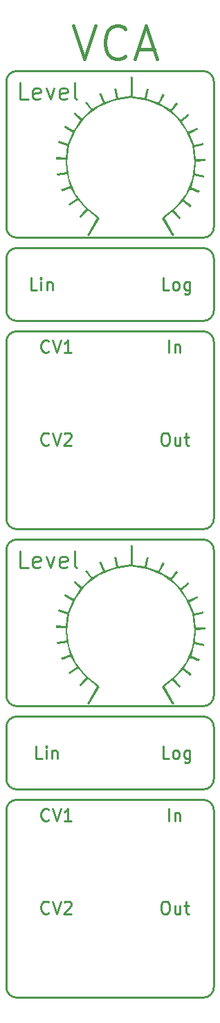
<source format=gbr>
G04 #@! TF.GenerationSoftware,KiCad,Pcbnew,(5.1.4-0-10_14)*
G04 #@! TF.CreationDate,2019-10-08T20:54:48-07:00*
G04 #@! TF.ProjectId,VCA_Front_Panel,5643415f-4672-46f6-9e74-5f50616e656c,rev?*
G04 #@! TF.SameCoordinates,Original*
G04 #@! TF.FileFunction,Legend,Top*
G04 #@! TF.FilePolarity,Positive*
%FSLAX46Y46*%
G04 Gerber Fmt 4.6, Leading zero omitted, Abs format (unit mm)*
G04 Created by KiCad (PCBNEW (5.1.4-0-10_14)) date 2019-10-08 20:54:48*
%MOMM*%
%LPD*%
G04 APERTURE LIST*
%ADD10C,0.254000*%
%ADD11C,0.406400*%
%ADD12C,0.100000*%
G04 APERTURE END LIST*
D10*
X85960857Y-73714428D02*
X85235142Y-73714428D01*
X85235142Y-72190428D01*
X86686571Y-73714428D02*
X86541428Y-73641857D01*
X86468857Y-73569285D01*
X86396285Y-73424142D01*
X86396285Y-72988714D01*
X86468857Y-72843571D01*
X86541428Y-72771000D01*
X86686571Y-72698428D01*
X86904285Y-72698428D01*
X87049428Y-72771000D01*
X87122000Y-72843571D01*
X87194571Y-72988714D01*
X87194571Y-73424142D01*
X87122000Y-73569285D01*
X87049428Y-73641857D01*
X86904285Y-73714428D01*
X86686571Y-73714428D01*
X88500857Y-72698428D02*
X88500857Y-73932142D01*
X88428285Y-74077285D01*
X88355714Y-74149857D01*
X88210571Y-74222428D01*
X87992857Y-74222428D01*
X87847714Y-74149857D01*
X88500857Y-73641857D02*
X88355714Y-73714428D01*
X88065428Y-73714428D01*
X87920285Y-73641857D01*
X87847714Y-73569285D01*
X87775142Y-73424142D01*
X87775142Y-72988714D01*
X87847714Y-72843571D01*
X87920285Y-72771000D01*
X88065428Y-72698428D01*
X88355714Y-72698428D01*
X88500857Y-72771000D01*
X69777428Y-73714428D02*
X69051714Y-73714428D01*
X69051714Y-72190428D01*
X70285428Y-73714428D02*
X70285428Y-72698428D01*
X70285428Y-72190428D02*
X70212857Y-72263000D01*
X70285428Y-72335571D01*
X70358000Y-72263000D01*
X70285428Y-72190428D01*
X70285428Y-72335571D01*
X71011142Y-72698428D02*
X71011142Y-73714428D01*
X71011142Y-72843571D02*
X71083714Y-72771000D01*
X71228857Y-72698428D01*
X71446571Y-72698428D01*
X71591714Y-72771000D01*
X71664285Y-72916142D01*
X71664285Y-73714428D01*
X85960857Y-130864428D02*
X85235142Y-130864428D01*
X85235142Y-129340428D01*
X86686571Y-130864428D02*
X86541428Y-130791857D01*
X86468857Y-130719285D01*
X86396285Y-130574142D01*
X86396285Y-130138714D01*
X86468857Y-129993571D01*
X86541428Y-129921000D01*
X86686571Y-129848428D01*
X86904285Y-129848428D01*
X87049428Y-129921000D01*
X87122000Y-129993571D01*
X87194571Y-130138714D01*
X87194571Y-130574142D01*
X87122000Y-130719285D01*
X87049428Y-130791857D01*
X86904285Y-130864428D01*
X86686571Y-130864428D01*
X88500857Y-129848428D02*
X88500857Y-131082142D01*
X88428285Y-131227285D01*
X88355714Y-131299857D01*
X88210571Y-131372428D01*
X87992857Y-131372428D01*
X87847714Y-131299857D01*
X88500857Y-130791857D02*
X88355714Y-130864428D01*
X88065428Y-130864428D01*
X87920285Y-130791857D01*
X87847714Y-130719285D01*
X87775142Y-130574142D01*
X87775142Y-130138714D01*
X87847714Y-129993571D01*
X87920285Y-129921000D01*
X88065428Y-129848428D01*
X88355714Y-129848428D01*
X88500857Y-129921000D01*
X70412428Y-130864428D02*
X69686714Y-130864428D01*
X69686714Y-129340428D01*
X70920428Y-130864428D02*
X70920428Y-129848428D01*
X70920428Y-129340428D02*
X70847857Y-129413000D01*
X70920428Y-129485571D01*
X70993000Y-129413000D01*
X70920428Y-129340428D01*
X70920428Y-129485571D01*
X71646142Y-129848428D02*
X71646142Y-130864428D01*
X71646142Y-129993571D02*
X71718714Y-129921000D01*
X71863857Y-129848428D01*
X72081571Y-129848428D01*
X72226714Y-129921000D01*
X72299285Y-130066142D01*
X72299285Y-130864428D01*
X91440000Y-127000000D02*
X91440000Y-133350000D01*
X66040000Y-127000000D02*
X66040000Y-133350000D01*
X91440000Y-69850000D02*
X91440000Y-76200000D01*
X66040000Y-69850000D02*
X66040000Y-76200000D01*
X66040000Y-69850000D02*
G75*
G02X67310000Y-68580000I1270000J0D01*
G01*
X66040000Y-127000000D02*
G75*
G02X67310000Y-125730000I1270000J0D01*
G01*
X67310000Y-134620000D02*
G75*
G02X66040000Y-133350000I0J1270000D01*
G01*
X67310000Y-77470000D02*
G75*
G02X66040000Y-76200000I0J1270000D01*
G01*
X90170000Y-68580000D02*
G75*
G02X91440000Y-69850000I0J-1270000D01*
G01*
X90170000Y-125730000D02*
G75*
G02X91440000Y-127000000I0J-1270000D01*
G01*
X91440000Y-133350000D02*
G75*
G02X90170000Y-134620000I-1270000J0D01*
G01*
X91440000Y-76200000D02*
G75*
G02X90170000Y-77470000I-1270000J0D01*
G01*
X67310000Y-68580000D02*
X90170000Y-68580000D01*
X67310000Y-77470000D02*
X90170000Y-77470000D01*
X67310000Y-134620000D02*
X90170000Y-134620000D01*
X67310000Y-125730000D02*
X90170000Y-125730000D01*
X67310000Y-102870000D02*
X90170000Y-102870000D01*
X90170000Y-78740000D02*
G75*
G02X91440000Y-80010000I0J-1270000D01*
G01*
X90170000Y-78740000D02*
X67310000Y-78740000D01*
X66040000Y-80010000D02*
G75*
G02X67310000Y-78740000I1270000J0D01*
G01*
X66040000Y-48260000D02*
G75*
G02X67310000Y-46990000I1270000J0D01*
G01*
X90170000Y-46990000D02*
G75*
G02X91440000Y-48260000I0J-1270000D01*
G01*
X67310000Y-46990000D02*
X90170000Y-46990000D01*
X66040000Y-66040000D02*
X66040000Y-48260000D01*
X91440000Y-48260000D02*
X91440000Y-66040000D01*
X91440000Y-66040000D02*
G75*
G02X90170000Y-67310000I-1270000J0D01*
G01*
X67310000Y-67310000D02*
G75*
G02X66040000Y-66040000I0J1270000D01*
G01*
X67310000Y-67310000D02*
X90170000Y-67310000D01*
X91440000Y-101600000D02*
X91440000Y-80010000D01*
X91440000Y-101600000D02*
G75*
G02X90170000Y-102870000I-1270000J0D01*
G01*
X66040000Y-80010000D02*
X66040000Y-101600000D01*
X67310000Y-102870000D02*
G75*
G02X66040000Y-101600000I0J1270000D01*
G01*
X85924571Y-81334428D02*
X85924571Y-79810428D01*
X86650285Y-80318428D02*
X86650285Y-81334428D01*
X86650285Y-80463571D02*
X86722857Y-80391000D01*
X86868000Y-80318428D01*
X87085714Y-80318428D01*
X87230857Y-80391000D01*
X87303428Y-80536142D01*
X87303428Y-81334428D01*
X71228857Y-92492285D02*
X71156285Y-92564857D01*
X70938571Y-92637428D01*
X70793428Y-92637428D01*
X70575714Y-92564857D01*
X70430571Y-92419714D01*
X70358000Y-92274571D01*
X70285428Y-91984285D01*
X70285428Y-91766571D01*
X70358000Y-91476285D01*
X70430571Y-91331142D01*
X70575714Y-91186000D01*
X70793428Y-91113428D01*
X70938571Y-91113428D01*
X71156285Y-91186000D01*
X71228857Y-91258571D01*
X71664285Y-91113428D02*
X72172285Y-92637428D01*
X72680285Y-91113428D01*
X73115714Y-91258571D02*
X73188285Y-91186000D01*
X73333428Y-91113428D01*
X73696285Y-91113428D01*
X73841428Y-91186000D01*
X73914000Y-91258571D01*
X73986571Y-91403714D01*
X73986571Y-91548857D01*
X73914000Y-91766571D01*
X73043142Y-92637428D01*
X73986571Y-92637428D01*
X85344000Y-91113428D02*
X85634285Y-91113428D01*
X85779428Y-91186000D01*
X85924571Y-91331142D01*
X85997142Y-91621428D01*
X85997142Y-92129428D01*
X85924571Y-92419714D01*
X85779428Y-92564857D01*
X85634285Y-92637428D01*
X85344000Y-92637428D01*
X85198857Y-92564857D01*
X85053714Y-92419714D01*
X84981142Y-92129428D01*
X84981142Y-91621428D01*
X85053714Y-91331142D01*
X85198857Y-91186000D01*
X85344000Y-91113428D01*
X87303428Y-91621428D02*
X87303428Y-92637428D01*
X86650285Y-91621428D02*
X86650285Y-92419714D01*
X86722857Y-92564857D01*
X86868000Y-92637428D01*
X87085714Y-92637428D01*
X87230857Y-92564857D01*
X87303428Y-92492285D01*
X87811428Y-91621428D02*
X88392000Y-91621428D01*
X88029142Y-91113428D02*
X88029142Y-92419714D01*
X88101714Y-92564857D01*
X88246857Y-92637428D01*
X88392000Y-92637428D01*
X71228857Y-81189285D02*
X71156285Y-81261857D01*
X70938571Y-81334428D01*
X70793428Y-81334428D01*
X70575714Y-81261857D01*
X70430571Y-81116714D01*
X70358000Y-80971571D01*
X70285428Y-80681285D01*
X70285428Y-80463571D01*
X70358000Y-80173285D01*
X70430571Y-80028142D01*
X70575714Y-79883000D01*
X70793428Y-79810428D01*
X70938571Y-79810428D01*
X71156285Y-79883000D01*
X71228857Y-79955571D01*
X71664285Y-79810428D02*
X72172285Y-81334428D01*
X72680285Y-79810428D01*
X73986571Y-81334428D02*
X73115714Y-81334428D01*
X73551142Y-81334428D02*
X73551142Y-79810428D01*
X73406000Y-80028142D01*
X73260857Y-80173285D01*
X73115714Y-80245857D01*
X68700952Y-50449238D02*
X67733333Y-50449238D01*
X67733333Y-48417238D01*
X70152380Y-50352476D02*
X69958857Y-50449238D01*
X69571809Y-50449238D01*
X69378285Y-50352476D01*
X69281523Y-50158952D01*
X69281523Y-49384857D01*
X69378285Y-49191333D01*
X69571809Y-49094571D01*
X69958857Y-49094571D01*
X70152380Y-49191333D01*
X70249142Y-49384857D01*
X70249142Y-49578380D01*
X69281523Y-49771904D01*
X70926476Y-49094571D02*
X71410285Y-50449238D01*
X71894095Y-49094571D01*
X73442285Y-50352476D02*
X73248761Y-50449238D01*
X72861714Y-50449238D01*
X72668190Y-50352476D01*
X72571428Y-50158952D01*
X72571428Y-49384857D01*
X72668190Y-49191333D01*
X72861714Y-49094571D01*
X73248761Y-49094571D01*
X73442285Y-49191333D01*
X73539047Y-49384857D01*
X73539047Y-49578380D01*
X72571428Y-49771904D01*
X74700190Y-50449238D02*
X74506666Y-50352476D01*
X74409904Y-50158952D01*
X74409904Y-48417238D01*
X85924571Y-138484428D02*
X85924571Y-136960428D01*
X86650285Y-137468428D02*
X86650285Y-138484428D01*
X86650285Y-137613571D02*
X86722857Y-137541000D01*
X86868000Y-137468428D01*
X87085714Y-137468428D01*
X87230857Y-137541000D01*
X87303428Y-137686142D01*
X87303428Y-138484428D01*
X67310000Y-160020000D02*
X90170000Y-160020000D01*
X67310000Y-160020000D02*
G75*
G02X66040000Y-158750000I0J1270000D01*
G01*
X66040000Y-137160000D02*
X66040000Y-158750000D01*
X91440000Y-158750000D02*
G75*
G02X90170000Y-160020000I-1270000J0D01*
G01*
X91440000Y-158750000D02*
X91440000Y-137160000D01*
X85344000Y-148263428D02*
X85634285Y-148263428D01*
X85779428Y-148336000D01*
X85924571Y-148481142D01*
X85997142Y-148771428D01*
X85997142Y-149279428D01*
X85924571Y-149569714D01*
X85779428Y-149714857D01*
X85634285Y-149787428D01*
X85344000Y-149787428D01*
X85198857Y-149714857D01*
X85053714Y-149569714D01*
X84981142Y-149279428D01*
X84981142Y-148771428D01*
X85053714Y-148481142D01*
X85198857Y-148336000D01*
X85344000Y-148263428D01*
X87303428Y-148771428D02*
X87303428Y-149787428D01*
X86650285Y-148771428D02*
X86650285Y-149569714D01*
X86722857Y-149714857D01*
X86868000Y-149787428D01*
X87085714Y-149787428D01*
X87230857Y-149714857D01*
X87303428Y-149642285D01*
X87811428Y-148771428D02*
X88392000Y-148771428D01*
X88029142Y-148263428D02*
X88029142Y-149569714D01*
X88101714Y-149714857D01*
X88246857Y-149787428D01*
X88392000Y-149787428D01*
X71228857Y-149642285D02*
X71156285Y-149714857D01*
X70938571Y-149787428D01*
X70793428Y-149787428D01*
X70575714Y-149714857D01*
X70430571Y-149569714D01*
X70358000Y-149424571D01*
X70285428Y-149134285D01*
X70285428Y-148916571D01*
X70358000Y-148626285D01*
X70430571Y-148481142D01*
X70575714Y-148336000D01*
X70793428Y-148263428D01*
X70938571Y-148263428D01*
X71156285Y-148336000D01*
X71228857Y-148408571D01*
X71664285Y-148263428D02*
X72172285Y-149787428D01*
X72680285Y-148263428D01*
X73115714Y-148408571D02*
X73188285Y-148336000D01*
X73333428Y-148263428D01*
X73696285Y-148263428D01*
X73841428Y-148336000D01*
X73914000Y-148408571D01*
X73986571Y-148553714D01*
X73986571Y-148698857D01*
X73914000Y-148916571D01*
X73043142Y-149787428D01*
X73986571Y-149787428D01*
X71228857Y-138339285D02*
X71156285Y-138411857D01*
X70938571Y-138484428D01*
X70793428Y-138484428D01*
X70575714Y-138411857D01*
X70430571Y-138266714D01*
X70358000Y-138121571D01*
X70285428Y-137831285D01*
X70285428Y-137613571D01*
X70358000Y-137323285D01*
X70430571Y-137178142D01*
X70575714Y-137033000D01*
X70793428Y-136960428D01*
X70938571Y-136960428D01*
X71156285Y-137033000D01*
X71228857Y-137105571D01*
X71664285Y-136960428D02*
X72172285Y-138484428D01*
X72680285Y-136960428D01*
X73986571Y-138484428D02*
X73115714Y-138484428D01*
X73551142Y-138484428D02*
X73551142Y-136960428D01*
X73406000Y-137178142D01*
X73260857Y-137323285D01*
X73115714Y-137395857D01*
X67310000Y-124460000D02*
X90170000Y-124460000D01*
X67310000Y-124460000D02*
G75*
G02X66040000Y-123190000I0J1270000D01*
G01*
X91440000Y-123190000D02*
G75*
G02X90170000Y-124460000I-1270000J0D01*
G01*
X68700952Y-107599238D02*
X67733333Y-107599238D01*
X67733333Y-105567238D01*
X70152380Y-107502476D02*
X69958857Y-107599238D01*
X69571809Y-107599238D01*
X69378285Y-107502476D01*
X69281523Y-107308952D01*
X69281523Y-106534857D01*
X69378285Y-106341333D01*
X69571809Y-106244571D01*
X69958857Y-106244571D01*
X70152380Y-106341333D01*
X70249142Y-106534857D01*
X70249142Y-106728380D01*
X69281523Y-106921904D01*
X70926476Y-106244571D02*
X71410285Y-107599238D01*
X71894095Y-106244571D01*
X73442285Y-107502476D02*
X73248761Y-107599238D01*
X72861714Y-107599238D01*
X72668190Y-107502476D01*
X72571428Y-107308952D01*
X72571428Y-106534857D01*
X72668190Y-106341333D01*
X72861714Y-106244571D01*
X73248761Y-106244571D01*
X73442285Y-106341333D01*
X73539047Y-106534857D01*
X73539047Y-106728380D01*
X72571428Y-106921904D01*
X74700190Y-107599238D02*
X74506666Y-107502476D01*
X74409904Y-107308952D01*
X74409904Y-105567238D01*
X91440000Y-105410000D02*
X91440000Y-123190000D01*
X66040000Y-123190000D02*
X66040000Y-105410000D01*
X67310000Y-104140000D02*
X90170000Y-104140000D01*
X90170000Y-104140000D02*
G75*
G02X91440000Y-105410000I0J-1270000D01*
G01*
X66040000Y-105410000D02*
G75*
G02X67310000Y-104140000I1270000J0D01*
G01*
D11*
X74246619Y-41462476D02*
X75601285Y-45526476D01*
X76955952Y-41462476D01*
X80632904Y-45139428D02*
X80439380Y-45332952D01*
X79858809Y-45526476D01*
X79471761Y-45526476D01*
X78891190Y-45332952D01*
X78504142Y-44945904D01*
X78310619Y-44558857D01*
X78117095Y-43784761D01*
X78117095Y-43204190D01*
X78310619Y-42430095D01*
X78504142Y-42043047D01*
X78891190Y-41656000D01*
X79471761Y-41462476D01*
X79858809Y-41462476D01*
X80439380Y-41656000D01*
X80632904Y-41849523D01*
X82181095Y-44365333D02*
X84116333Y-44365333D01*
X81794047Y-45526476D02*
X83148714Y-41462476D01*
X84503380Y-45526476D01*
D10*
X66040000Y-137160000D02*
G75*
G02X67310000Y-135890000I1270000J0D01*
G01*
X90170000Y-135890000D02*
X67310000Y-135890000D01*
X90170000Y-135890000D02*
G75*
G02X91440000Y-137160000I0J-1270000D01*
G01*
D12*
G36*
X81266700Y-47675573D02*
G01*
X81240080Y-50022396D01*
X79786017Y-50264338D01*
X79536822Y-49081249D01*
X79263430Y-49139309D01*
X79507790Y-50310303D01*
X78109374Y-50748216D01*
X77625491Y-49676417D01*
X77369034Y-49790133D01*
X77865012Y-50881286D01*
X76568211Y-51575656D01*
X75888356Y-50670798D01*
X75663354Y-50837736D01*
X76333528Y-51725658D01*
X75322215Y-52799876D01*
X74407681Y-52018408D01*
X74226224Y-52231315D01*
X75131082Y-53003105D01*
X74306065Y-54212809D01*
X73258461Y-53658765D01*
X73127814Y-53905544D01*
X74189935Y-54469266D01*
X73580243Y-55807198D01*
X72491510Y-55507192D01*
X72416510Y-55778165D01*
X73490728Y-56070913D01*
X73350402Y-57537075D01*
X72145538Y-57479015D01*
X72131028Y-57759665D01*
X73323796Y-57817725D01*
X73398796Y-59279048D01*
X72235061Y-59479858D01*
X72283451Y-59755670D01*
X73464120Y-59552441D01*
X73800418Y-60984730D01*
X72760074Y-61410545D01*
X72866531Y-61669421D01*
X73899619Y-61246024D01*
X74673829Y-62496858D01*
X73691549Y-63183967D01*
X73851229Y-63413797D01*
X74821412Y-62736377D01*
X75791592Y-63834777D01*
X74985932Y-64710607D01*
X75191581Y-64899317D01*
X76006920Y-64011407D01*
X77141624Y-64945277D01*
X75960952Y-66992097D01*
X76205312Y-67132427D01*
X77444049Y-64986417D01*
X77323074Y-64916217D01*
X77390834Y-64795247D01*
X75757046Y-63536915D01*
X74538356Y-61937098D01*
X73774616Y-60092317D01*
X73505679Y-58099094D01*
X73771397Y-56053952D01*
X74563831Y-54149935D01*
X75793304Y-52558190D01*
X77377060Y-51342393D01*
X79232343Y-50566219D01*
X81276395Y-50293344D01*
X83320701Y-50566219D01*
X85176583Y-51342393D01*
X86761056Y-52558190D01*
X87991129Y-54149935D01*
X88783816Y-56053952D01*
X89049536Y-58099094D01*
X88780601Y-60092317D01*
X88016861Y-61937100D01*
X86798171Y-63536920D01*
X85164383Y-64795257D01*
X85232143Y-64916227D01*
X85111168Y-64986427D01*
X86349904Y-67132427D01*
X86591844Y-66992107D01*
X85411174Y-64947717D01*
X86393454Y-64137217D01*
X87189437Y-65049337D01*
X87399927Y-64865447D01*
X86611199Y-63960587D01*
X87627351Y-62908158D01*
X88568501Y-63597687D01*
X88733021Y-63372687D01*
X87774934Y-62666223D01*
X88546726Y-61420228D01*
X89596753Y-61879916D01*
X89708051Y-61623459D01*
X88696726Y-61178289D01*
X89045119Y-59745999D01*
X90225792Y-59978262D01*
X90281392Y-59704870D01*
X89110402Y-59475026D01*
X89250728Y-58013704D01*
X90428972Y-57987084D01*
X90420972Y-57708854D01*
X89223367Y-57737894D01*
X89083510Y-56274152D01*
X90191602Y-55998339D01*
X90123902Y-55727367D01*
X89054518Y-55991082D01*
X89054518Y-55981382D01*
X88447246Y-54648288D01*
X89528506Y-54111185D01*
X89405116Y-53859567D01*
X88330899Y-54394254D01*
X87561590Y-53150651D01*
X88471287Y-52410314D01*
X88294670Y-52192566D01*
X87370457Y-52945001D01*
X86361922Y-51875652D01*
X87070808Y-50980473D01*
X86850642Y-50808695D01*
X86165948Y-51672422D01*
X84866728Y-50975633D01*
X85391739Y-49891741D01*
X85140120Y-49768350D01*
X84619950Y-50840147D01*
X83243305Y-50344169D01*
X83514279Y-49192531D01*
X83243305Y-49127201D01*
X82967494Y-50298195D01*
X81518279Y-50056248D01*
X81547319Y-47680391D01*
X81266700Y-47675573D01*
X81266700Y-47675573D01*
G37*
G36*
X81266700Y-104825573D02*
G01*
X81240080Y-107172396D01*
X79786017Y-107414338D01*
X79536822Y-106231249D01*
X79263430Y-106289309D01*
X79507790Y-107460303D01*
X78109374Y-107898216D01*
X77625491Y-106826417D01*
X77369034Y-106940133D01*
X77865012Y-108031286D01*
X76568211Y-108725656D01*
X75888356Y-107820798D01*
X75663354Y-107987736D01*
X76333528Y-108875658D01*
X75322215Y-109949876D01*
X74407681Y-109168408D01*
X74226224Y-109381315D01*
X75131082Y-110153105D01*
X74306065Y-111362809D01*
X73258461Y-110808765D01*
X73127814Y-111055544D01*
X74189935Y-111619266D01*
X73580243Y-112957198D01*
X72491510Y-112657192D01*
X72416510Y-112928165D01*
X73490728Y-113220913D01*
X73350402Y-114687075D01*
X72145538Y-114629015D01*
X72131028Y-114909665D01*
X73323796Y-114967725D01*
X73398796Y-116429048D01*
X72235061Y-116629858D01*
X72283451Y-116905670D01*
X73464120Y-116702441D01*
X73800418Y-118134730D01*
X72760074Y-118560545D01*
X72866531Y-118819421D01*
X73899619Y-118396024D01*
X74673829Y-119646858D01*
X73691549Y-120333967D01*
X73851229Y-120563797D01*
X74821412Y-119886377D01*
X75791592Y-120984777D01*
X74985932Y-121860607D01*
X75191581Y-122049317D01*
X76006920Y-121161407D01*
X77141624Y-122095277D01*
X75960952Y-124142097D01*
X76205312Y-124282427D01*
X77444049Y-122136417D01*
X77323074Y-122066217D01*
X77390834Y-121945247D01*
X75757046Y-120686915D01*
X74538356Y-119087098D01*
X73774616Y-117242317D01*
X73505679Y-115249094D01*
X73771397Y-113203952D01*
X74563831Y-111299935D01*
X75793304Y-109708190D01*
X77377060Y-108492393D01*
X79232343Y-107716219D01*
X81276395Y-107443344D01*
X83320701Y-107716219D01*
X85176583Y-108492393D01*
X86761056Y-109708190D01*
X87991129Y-111299935D01*
X88783816Y-113203952D01*
X89049536Y-115249094D01*
X88780601Y-117242317D01*
X88016861Y-119087100D01*
X86798171Y-120686920D01*
X85164383Y-121945257D01*
X85232143Y-122066227D01*
X85111168Y-122136427D01*
X86349904Y-124282427D01*
X86591844Y-124142107D01*
X85411174Y-122097717D01*
X86393454Y-121287217D01*
X87189437Y-122199337D01*
X87399927Y-122015447D01*
X86611199Y-121110587D01*
X87627351Y-120058158D01*
X88568501Y-120747687D01*
X88733021Y-120522687D01*
X87774934Y-119816223D01*
X88546726Y-118570228D01*
X89596753Y-119029916D01*
X89708051Y-118773459D01*
X88696726Y-118328289D01*
X89045119Y-116895999D01*
X90225792Y-117128262D01*
X90281392Y-116854870D01*
X89110402Y-116625026D01*
X89250728Y-115163704D01*
X90428972Y-115137084D01*
X90420972Y-114858854D01*
X89223367Y-114887894D01*
X89083510Y-113424152D01*
X90191602Y-113148339D01*
X90123902Y-112877367D01*
X89054518Y-113141082D01*
X89054518Y-113131382D01*
X88447246Y-111798288D01*
X89528506Y-111261185D01*
X89405116Y-111009567D01*
X88330899Y-111544254D01*
X87561590Y-110300651D01*
X88471287Y-109560314D01*
X88294670Y-109342566D01*
X87370457Y-110095001D01*
X86361922Y-109025652D01*
X87070808Y-108130473D01*
X86850642Y-107958695D01*
X86165948Y-108822422D01*
X84866728Y-108125633D01*
X85391739Y-107041741D01*
X85140120Y-106918350D01*
X84619950Y-107990147D01*
X83243305Y-107494169D01*
X83514279Y-106342531D01*
X83243305Y-106277201D01*
X82967494Y-107448195D01*
X81518279Y-107206248D01*
X81547319Y-104830391D01*
X81266700Y-104825573D01*
X81266700Y-104825573D01*
G37*
M02*

</source>
